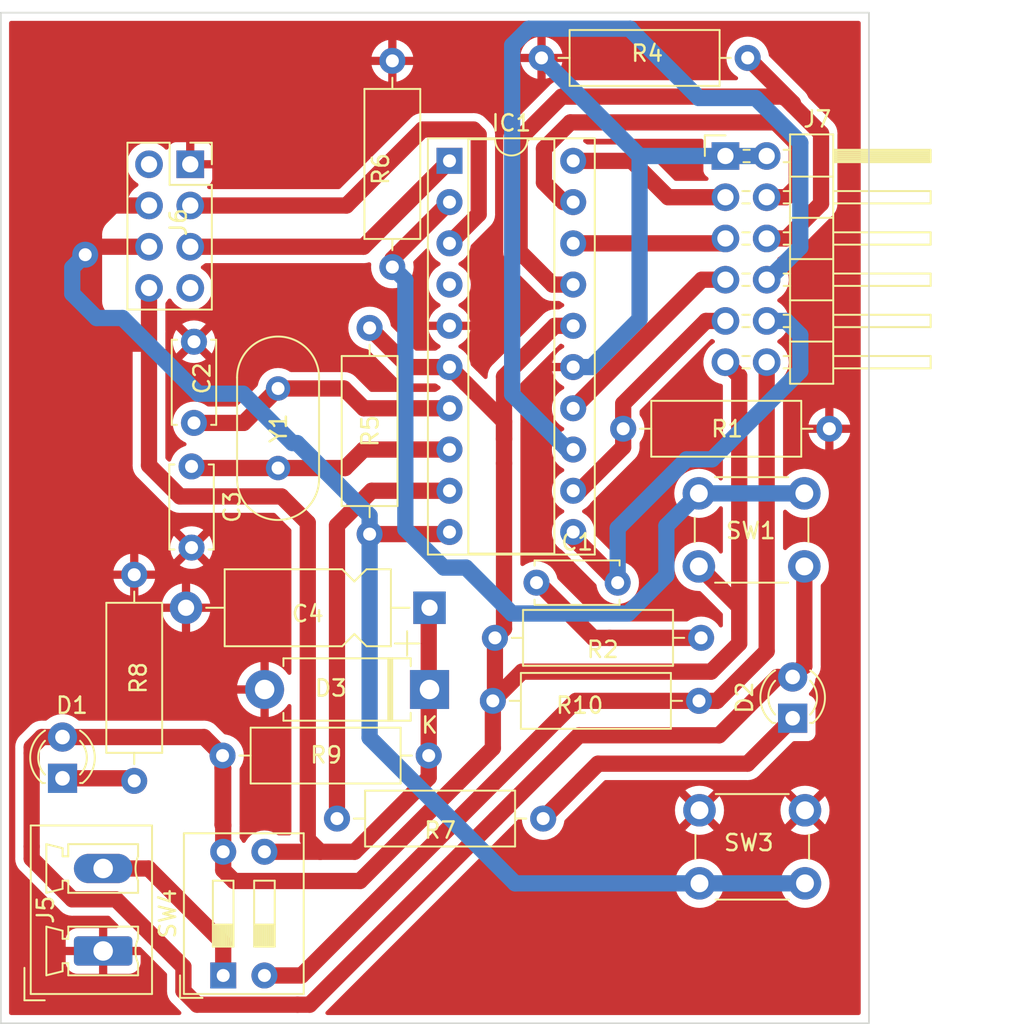
<source format=kicad_pcb>
(kicad_pcb (version 20211014) (generator pcbnew)
  (layers (0 "F.Cu" signal) (31 "B.Cu" signal) (34 "B.Paste" user) (35 "F.Paste" user) (36 "B.SilkS" user "B.Silkscreen") (37 "F.SilkS" user "F.Silkscreen") (38 "B.Mask" user) (39 "F.Mask" user) (44 "Edge.Cuts" user))
  (net 0 "")
  (net 1 "MIC")
  (net 2 "UP7")
  (net 3 "XTAL1")
  (net 4 "GND")
  (net 5 "XTAL2")
  (net 6 "+3V3")
  (net 7 "Net-(D1-Pad1)")
  (net 8 "+5V")
  (net 9 "Net-(D2-Pad1)")
  (net 10 "SDA")
  (net 11 "Button01")
  (net 12 "SCL")
  (net 14 "LED_G")
  (net 15 "Reset")
  (net 16 "PHOTRAN")
  (net 17 "UP5")
  (net 18 "UP4")
  (net 19 "OPTISK")
  (net 20 "UP2")
  (net 21 "UP1")
  (net 22 "DHT11")
  (net 23 "Net-(J5-Pad2)")
  (net 26 "UPWR")
  (footprint "Connector_Phoenix_MC_HighVoltage:PhoenixContact_MCV_1,5_2-G-5.08_1x02_P5.08mm_Vertical" (layer "F.Cu") (at 38.805 84.785 90)
    (fp_text reference "J5" (at 2.54 -3.55 90) (layer "F.SilkS"))
    (fp_text value "VCC")
    (pad "1" thru_hole roundrect (at 0 0 90) (size 1.8 3.6) (drill 1.2) (layers *.Cu *.Mask) (roundrect_rratio 0.138889) (net 4 "GND"))
    (pad "2" thru_hole oval (at 5.08 0 90) (size 1.8 3.6) (drill 1.2) (layers *.Cu *.Mask) (net 23 "Net-(J5-Pad2)"))
  )
  (footprint "Capacitor_THT:C_Disc_D5.0mm_W2.5mm_P5.00mm" (layer "F.Cu") (at 65.5 62.1)
    (fp_text reference "C1" (at 2.5 -2.5) (layer "F.SilkS"))
    (fp_text value "1uF")
    (pad "1" thru_hole circle (at 0 0) (size 1.6 1.6) (drill 0.8) (layers *.Cu *.Mask) (net 1 "MIC"))
    (pad "2" thru_hole circle (at 5 0) (size 1.6 1.6) (drill 0.8) (layers *.Cu *.Mask) (net 2 "UP7"))
  )
  (footprint "Resistor_THT:R_Axial_DIN0309_L9.0mm_D3.2mm_P12.70mm_Horizontal" (layer "F.Cu") (at 75.64 65.5 180)
    (fp_text reference "R2" (at 6.06 -0.72) (layer "F.SilkS"))
    (fp_text value "2.2k")
    (pad "1" thru_hole circle (at 0 0 180) (size 1.6 1.6) (drill 0.8) (layers *.Cu *.Mask) (net 1 "MIC"))
    (pad "2" thru_hole oval (at 12.7 0 180) (size 1.6 1.6) (drill 0.8) (layers *.Cu *.Mask) (net 8 "+5V"))
  )
  (footprint "Resistor_THT:R_Axial_DIN0309_L9.0mm_D3.2mm_P12.70mm_Horizontal" (layer "F.Cu") (at 40.72 74.31 90)
    (fp_text reference "R8" (at 6.34 0.25 90) (layer "F.SilkS"))
    (fp_text value "200")
    (pad "1" thru_hole circle (at 0 0 90) (size 1.6 1.6) (drill 0.8) (layers *.Cu *.Mask) (net 7 "Net-(D1-Pad1)"))
    (pad "2" thru_hole oval (at 12.7 0 90) (size 1.6 1.6) (drill 0.8) (layers *.Cu *.Mask) (net 4 "GND"))
  )
  (footprint "Resistor_THT:R_Axial_DIN0309_L9.0mm_D3.2mm_P12.70mm_Horizontal" (layer "F.Cu") (at 55.22 59.11 90)
    (fp_text reference "R5" (at 6.35 0.03 90) (layer "F.SilkS"))
    (fp_text value "1k")
    (pad "1" thru_hole circle (at 0 0 90) (size 1.6 1.6) (drill 0.8) (layers *.Cu *.Mask) (net 15 "Reset"))
    (pad "2" thru_hole oval (at 12.7 0 90) (size 1.6 1.6) (drill 0.8) (layers *.Cu *.Mask) (net 8 "+5V"))
  )
  (footprint "Resistor_THT:R_Axial_DIN0309_L9.0mm_D3.2mm_P12.70mm_Horizontal" (layer "F.Cu") (at 56.62 42.66 90)
    (fp_text reference "R6" (at 6.04 -0.72 90) (layer "F.SilkS"))
    (fp_text value "1k")
    (pad "1" thru_hole circle (at 0 0 90) (size 1.6 1.6) (drill 0.8) (layers *.Cu *.Mask) (net 11 "Button01"))
    (pad "2" thru_hole oval (at 12.7 0 90) (size 1.6 1.6) (drill 0.8) (layers *.Cu *.Mask) (net 4 "GND"))
  )
  (footprint "Resistor_THT:R_Axial_DIN0309_L9.0mm_D3.2mm_P12.70mm_Horizontal" (layer "F.Cu") (at 70.84 52.62)
    (fp_text reference "R1" (at 6.4 0.01) (layer "F.SilkS"))
    (fp_text value "10k")
    (pad "1" thru_hole circle (at 0 0) (size 1.6 1.6) (drill 0.8) (layers *.Cu *.Mask) (net 16 "PHOTRAN"))
    (pad "2" thru_hole oval (at 12.7 0) (size 1.6 1.6) (drill 0.8) (layers *.Cu *.Mask) (net 4 "GND"))
  )
  (footprint "Button_Switch_THT:SW_DIP_SPSTx02_Slide_9.78x7.26mm_W7.62mm_P2.54mm" (layer "F.Cu") (at 46.2 86.295 90)
    (fp_text reference "SW4" (at 3.81 -3.42 90) (layer "F.SilkS"))
    (fp_text value "SW_DIP_x02")
    (pad "1" thru_hole rect (at 0 0 90) (size 1.6 1.6) (drill 0.8) (layers *.Cu *.Mask) (net 23 "Net-(J5-Pad2)"))
    (pad "2" thru_hole oval (at 0 2.54 90) (size 1.6 1.6) (drill 0.8) (layers *.Cu *.Mask) (net 26 "UPWR"))
    (pad "3" thru_hole oval (at 7.62 2.54 90) (size 1.6 1.6) (drill 0.8) (layers *.Cu *.Mask) (net 6 "+3V3"))
    (pad "4" thru_hole oval (at 7.62 0 90) (size 1.6 1.6) (drill 0.8) (layers *.Cu *.Mask) (net 8 "+5V"))
  )
  (footprint "Button_Switch_THT:SW_PUSH_6mm_H4.3mm" (layer "F.Cu") (at 75.54 76.12)
    (fp_text reference "SW3" (at 3.04 2) (layer "F.SilkS"))
    (fp_text value "SW_MEC_5E")
    (pad "1" thru_hole circle (at 6.5 0 90) (size 2 2) (drill 1.1) (layers *.Cu *.Mask) (net 4 "GND"))
    (pad "1" thru_hole circle (at 0 0 90) (size 2 2) (drill 1.1) (layers *.Cu *.Mask) (net 4 "GND"))
    (pad "2" thru_hole circle (at 6.5 4.5 90) (size 2 2) (drill 1.1) (layers *.Cu *.Mask) (net 15 "Reset"))
    (pad "2" thru_hole circle (at 0 4.5 90) (size 2 2) (drill 1.1) (layers *.Cu *.Mask) (net 15 "Reset"))
  )
  (footprint "Resistor_THT:R_Axial_DIN0309_L9.0mm_D3.2mm_P12.70mm_Horizontal" (layer "F.Cu") (at 58.86 72.75 180)
    (fp_text reference "R9" (at 6.32 0.03) (layer "F.SilkS"))
    (fp_text value "15")
    (pad "1" thru_hole circle (at 0 0 180) (size 1.6 1.6) (drill 0.8) (layers *.Cu *.Mask) (net 6 "+3V3"))
    (pad "2" thru_hole oval (at 12.7 0 180) (size 1.6 1.6) (drill 0.8) (layers *.Cu *.Mask) (net 8 "+5V"))
  )
  (footprint "Capacitor_THT:C_Disc_D5.0mm_W2.5mm_P5.00mm" (layer "F.Cu") (at 44.4 52.26 90)
    (fp_text reference "C2" (at 2.74 0.5 90) (layer "F.SilkS"))
    (fp_text value "20pF")
    (pad "1" thru_hole circle (at 0 0 90) (size 1.6 1.6) (drill 0.8) (layers *.Cu *.Mask) (net 3 "XTAL1"))
    (pad "2" thru_hole circle (at 5 0 90) (size 1.6 1.6) (drill 0.8) (layers *.Cu *.Mask) (net 4 "GND"))
  )
  (footprint "Button_Switch_THT:SW_PUSH_6mm_H4.3mm" (layer "F.Cu") (at 82 61.1 180)
    (fp_text reference "SW1" (at 3.3 2.2) (layer "F.SilkS"))
    (fp_text value "SW_MEC_5E")
    (pad "1" thru_hole circle (at 0 0 270) (size 2 2) (drill 1.1) (layers *.Cu *.Mask) (net 8 "+5V"))
    (pad "1" thru_hole circle (at 6.5 0 270) (size 2 2) (drill 1.1) (layers *.Cu *.Mask) (net 8 "+5V"))
    (pad "2" thru_hole circle (at 0 4.5 270) (size 2 2) (drill 1.1) (layers *.Cu *.Mask) (net 11 "Button01"))
    (pad "2" thru_hole circle (at 6.5 4.5 270) (size 2 2) (drill 1.1) (layers *.Cu *.Mask) (net 11 "Button01"))
  )
  (footprint "Resistor_THT:R_Axial_DIN0309_L9.0mm_D3.2mm_P12.70mm_Horizontal" (layer "F.Cu") (at 62.81 69.38)
    (fp_text reference "R10" (at 5.35 0.28) (layer "F.SilkS"))
    (fp_text value "15")
    (pad "1" thru_hole circle (at 0 0) (size 1.6 1.6) (drill 0.8) (layers *.Cu *.Mask) (net 8 "+5V"))
    (pad "2" thru_hole oval (at 12.7 0) (size 1.6 1.6) (drill 0.8) (layers *.Cu *.Mask) (net 26 "UPWR"))
  )
  (footprint "Resistor_THT:R_Axial_DIN0309_L9.0mm_D3.2mm_P12.70mm_Horizontal" (layer "F.Cu") (at 78.51 29.78 180)
    (fp_text reference "R4" (at 6.19 0.28) (layer "F.SilkS"))
    (fp_text value "100k")
    (pad "1" thru_hole circle (at 0 0 180) (size 1.6 1.6) (drill 0.8) (layers *.Cu *.Mask) (net 19 "OPTISK"))
    (pad "2" thru_hole oval (at 12.7 0 180) (size 1.6 1.6) (drill 0.8) (layers *.Cu *.Mask) (net 4 "GND"))
  )
  (footprint "LED_THT:LED_D3.0mm_FlatTop" (layer "F.Cu") (at 36.3 74.15 90)
    (fp_text reference "D1" (at 4.49 0.58 180) (layer "F.SilkS"))
    (fp_text value "RødLED")
    (pad "1" thru_hole rect (at 0 0 90) (size 1.8 1.8) (drill 0.9) (layers *.Cu *.Mask) (net 7 "Net-(D1-Pad1)"))
    (pad "2" thru_hole circle (at 2.54 0 90) (size 1.8 1.8) (drill 0.9) (layers *.Cu *.Mask) (net 8 "+5V"))
  )
  (footprint "LED_THT:LED_D3.0mm_FlatTop" (layer "F.Cu") (at 81.28 70.45 90)
    (fp_text reference "D2" (at 1.27 -2.96 90) (layer "F.SilkS"))
    (fp_text value "GrønLED")
    (pad "1" thru_hole rect (at 0 0 90) (size 1.8 1.8) (drill 0.9) (layers *.Cu *.Mask) (net 9 "Net-(D2-Pad1)"))
    (pad "2" thru_hole circle (at 2.54 0 90) (size 1.8 1.8) (drill 0.9) (layers *.Cu *.Mask) (net 8 "+5V"))
  )
  (footprint "Resistor_THT:R_Axial_DIN0309_L9.0mm_D3.2mm_P12.70mm_Horizontal" (layer "F.Cu") (at 65.91 76.63 180)
    (fp_text reference "R7" (at 6.35 -0.72) (layer "F.SilkS"))
    (fp_text value "200")
    (pad "1" thru_hole circle (at 0 0 180) (size 1.6 1.6) (drill 0.8) (layers *.Cu *.Mask) (net 9 "Net-(D2-Pad1)"))
    (pad "2" thru_hole oval (at 12.7 0 180) (size 1.6 1.6) (drill 0.8) (layers *.Cu *.Mask) (net 14 "LED_G"))
  )
  (footprint "Capacitor_THT:CP_Axial_L10.0mm_D4.5mm_P15.00mm_Horizontal" (layer "F.Cu") (at 58.91 63.645 180)
    (fp_text reference "C4" (at 7.5 -0.37) (layer "F.SilkS"))
    (fp_text value "200n")
    (pad "1" thru_hole rect (at 0 0 180) (size 2 2) (drill 1) (layers *.Cu *.Mask) (net 6 "+3V3"))
    (pad "2" thru_hole oval (at 15 0 180) (size 2 2) (drill 1) (layers *.Cu *.Mask) (net 4 "GND"))
  )
  (footprint "Diode_THT:D_DO-15_P10.16mm_Horizontal" (layer "F.Cu") (at 58.91 68.68 180)
    (fp_text reference "D3" (at 6.08 0.08) (layer "F.SilkS"))
    (fp_text value "BZX79C3V3")
    (fp_text user "K" (at 0 -2.2) (layer "F.SilkS"))
    (pad "1" thru_hole rect (at 0 0 180) (size 2.4 2.4) (drill 1.2) (layers *.Cu *.Mask) (net 6 "+3V3"))
    (pad "2" thru_hole oval (at 10.16 0 180) (size 2.4 2.4) (drill 1.2) (layers *.Cu *.Mask) (net 4 "GND"))
  )
  (footprint "Connector_PinSocket_2.54mm:PinSocket_2x04_P2.54mm_Vertical" (layer "F.Cu") (at 44.17 36.33)
    (fp_text reference "J6" (at -0.73 3.57 270) (layer "F.SilkS"))
    (fp_text value "ESP8266(wifi)")
    (pad "1" thru_hole rect (at 0 0) (size 1.7 1.7) (drill 1) (layers *.Cu *.Mask) (net 4 "GND"))
    (pad "2" thru_hole oval (at -2.54 0) (size 1.7 1.7) (drill 1) (layers *.Cu *.Mask))
    (pad "3" thru_hole oval (at 0 2.54) (size 1.7 1.7) (drill 1) (layers *.Cu *.Mask) (net 12 "SCL"))
    (pad "4" thru_hole oval (at -2.54 2.54) (size 1.7 1.7) (drill 1) (layers *.Cu *.Mask) (net 6 "+3V3"))
    (pad "5" thru_hole oval (at 0 5.08) (size 1.7 1.7) (drill 1) (layers *.Cu *.Mask) (net 10 "SDA"))
    (pad "6" thru_hole oval (at -2.54 5.08) (size 1.7 1.7) (drill 1) (layers *.Cu *.Mask) (net 15 "Reset"))
    (pad "7" thru_hole oval (at 0 7.62) (size 1.7 1.7) (drill 1) (layers *.Cu *.Mask))
    (pad "8" thru_hole oval (at -2.54 7.62) (size 1.7 1.7) (drill 1) (layers *.Cu *.Mask) (net 6 "+3V3"))
  )
  (footprint "Crystal:Crystal_HC18-U_Vertical" (layer "F.Cu") (at 49.58 50.14 -90)
    (fp_text reference "Y1" (at 2.45 -0.025 90) (layer "F.SilkS"))
    (fp_text value "Crystal")
    (pad "1" thru_hole circle (at 0 0 270) (size 1.5 1.5) (drill 0.8) (layers *.Cu *.Mask) (net 3 "XTAL1"))
    (pad "2" thru_hole circle (at 4.9 0 270) (size 1.5 1.5) (drill 0.8) (layers *.Cu *.Mask) (net 5 "XTAL2"))
  )
  (footprint "Connector_PinHeader_2.54mm:PinHeader_2x06_P2.54mm_Horizontal" (layer "F.Cu") (at 77.14 35.82)
    (fp_text reference "J7" (at 5.655 -2.27) (layer "F.SilkS"))
    (fp_text value "Conn_02x06_Counter_Clockwise")
    (pad "1" thru_hole rect (at 0 0) (size 1.7 1.7) (drill 1) (layers *.Cu *.Mask) (net 4 "GND"))
    (pad "2" thru_hole oval (at 2.54 0) (size 1.7 1.7) (drill 1) (layers *.Cu *.Mask) (net 4 "GND"))
    (pad "3" thru_hole oval (at 0 2.54) (size 1.7 1.7) (drill 1) (layers *.Cu *.Mask) (net 22 "DHT11"))
    (pad "4" thru_hole oval (at 2.54 2.54) (size 1.7 1.7) (drill 1) (layers *.Cu *.Mask) (net 21 "UP1"))
    (pad "5" thru_hole oval (at 0 5.08) (size 1.7 1.7) (drill 1) (layers *.Cu *.Mask) (net 20 "UP2"))
    (pad "6" thru_hole oval (at 2.54 5.08) (size 1.7 1.7) (drill 1) (layers *.Cu *.Mask) (net 19 "OPTISK"))
    (pad "7" thru_hole oval (at 0 7.62) (size 1.7 1.7) (drill 1) (layers *.Cu *.Mask) (net 18 "UP4"))
    (pad "8" thru_hole oval (at 2.54 7.62) (size 1.7 1.7) (drill 1) (layers *.Cu *.Mask) (net 17 "UP5"))
    (pad "9" thru_hole oval (at 0 10.16) (size 1.7 1.7) (drill 1) (layers *.Cu *.Mask) (net 16 "PHOTRAN"))
    (pad "10" thru_hole oval (at 2.54 10.16) (size 1.7 1.7) (drill 1) (layers *.Cu *.Mask) (net 2 "UP7"))
    (pad "11" thru_hole oval (at 0 12.7) (size 1.7 1.7) (drill 1) (layers *.Cu *.Mask) (net 8 "+5V"))
    (pad "12" thru_hole oval (at 2.54 12.7) (size 1.7 1.7) (drill 1) (layers *.Cu *.Mask) (net 26 "UPWR"))
  )
  (footprint "Package_DIP:DIP-20_W7.62mm_Socket" (layer "F.Cu") (at 60.14 36.12)
    (fp_text reference "IC1" (at 3.81 -2.33) (layer "F.SilkS"))
    (fp_text value "ATTINY167-XUR")
    (pad "1" thru_hole rect (at 0 0) (size 1.6 1.6) (drill 0.8) (layers *.Cu *.Mask) (net 10 "SDA"))
    (pad "2" thru_hole oval (at 0 2.54) (size 1.6 1.6) (drill 0.8) (layers *.Cu *.Mask) (net 11 "Button01"))
    (pad "3" thru_hole oval (at 0 5.08) (size 1.6 1.6) (drill 0.8) (layers *.Cu *.Mask) (net 12 "SCL"))
    (pad "4" thru_hole oval (at 0 7.62) (size 1.6 1.6) (drill 0.8) (layers *.Cu *.Mask))
    (pad "5" thru_hole oval (at 0 10.16) (size 1.6 1.6) (drill 0.8) (layers *.Cu *.Mask) (net 4 "GND"))
    (pad "6" thru_hole oval (at 0 12.7) (size 1.6 1.6) (drill 0.8) (layers *.Cu *.Mask) (net 8 "+5V"))
    (pad "7" thru_hole oval (at 0 15.24) (size 1.6 1.6) (drill 0.8) (layers *.Cu *.Mask) (net 3 "XTAL1"))
    (pad "8" thru_hole oval (at 0 17.78) (size 1.6 1.6) (drill 0.8) (layers *.Cu *.Mask) (net 5 "XTAL2"))
    (pad "9" thru_hole oval (at 0 20.32) (size 1.6 1.6) (drill 0.8) (layers *.Cu *.Mask) (net 14 "LED_G"))
    (pad "10" thru_hole oval (at 0 22.86) (size 1.6 1.6) (drill 0.8) (layers *.Cu *.Mask) (net 15 "Reset"))
    (pad "11" thru_hole oval (at 7.62 22.86) (size 1.6 1.6) (drill 0.8) (layers *.Cu *.Mask) (net 2 "UP7"))
    (pad "12" thru_hole oval (at 7.62 20.32) (size 1.6 1.6) (drill 0.8) (layers *.Cu *.Mask) (net 16 "PHOTRAN"))
    (pad "13" thru_hole oval (at 7.62 17.78) (size 1.6 1.6) (drill 0.8) (layers *.Cu *.Mask) (net 17 "UP5"))
    (pad "14" thru_hole oval (at 7.62 15.24) (size 1.6 1.6) (drill 0.8) (layers *.Cu *.Mask) (net 18 "UP4"))
    (pad "15" thru_hole oval (at 7.62 12.7) (size 1.6 1.6) (drill 0.8) (layers *.Cu *.Mask) (net 4 "GND"))
    (pad "16" thru_hole oval (at 7.62 10.16) (size 1.6 1.6) (drill 0.8) (layers *.Cu *.Mask) (net 8 "+5V"))
    (pad "17" thru_hole oval (at 7.62 7.62) (size 1.6 1.6) (drill 0.8) (layers *.Cu *.Mask) (net 19 "OPTISK"))
    (pad "18" thru_hole oval (at 7.62 5.08) (size 1.6 1.6) (drill 0.8) (layers *.Cu *.Mask) (net 20 "UP2"))
    (pad "19" thru_hole oval (at 7.62 2.54) (size 1.6 1.6) (drill 0.8) (layers *.Cu *.Mask) (net 21 "UP1"))
    (pad "20" thru_hole oval (at 7.62 0) (size 1.6 1.6) (drill 0.8) (layers *.Cu *.Mask) (net 22 "DHT11"))
  )
  (footprint "Capacitor_THT:C_Disc_D5.0mm_W2.5mm_P5.00mm" (layer "F.Cu") (at 44.25 54.94 -90)
    (fp_text reference "C3" (at 2.5 -2.5 90) (layer "F.SilkS"))
    (fp_text value "20pF")
    (pad "1" thru_hole circle (at 0 0 270) (size 1.6 1.6) (drill 0.8) (layers *.Cu *.Mask) (net 5 "XTAL2"))
    (pad "2" thru_hole circle (at 5 0 270) (size 1.6 1.6) (drill 0.8) (layers *.Cu *.Mask) (net 4 "GND"))
  )
  (gr_rect (start 32.5 26.99) (end 85.98 89.239244) (layer "Edge.Cuts") (width 0.1) (fill none))
  (segment (start 70 65.5) (end 75.64 65.5) (width 1) (layer "F.Cu") (net 1))
  (segment (start 69 65.5) (end 70 65.5) (width 1) (layer "F.Cu") (net 1))
  (segment (start 65.5 62) (end 69 65.5) (width 1) (layer "F.Cu") (net 1))
  (segment (start 67.76 58.98) (end 67.76 59.26) (width 1) (layer "F.Cu") (net 2))
  (segment (start 67.76 58.98) (end 67.76 59.36) (width 1) (layer "F.Cu") (net 2))
  (segment (start 67.76 59.36) (end 70.5 62.1) (width 1) (layer "F.Cu") (net 2))
  (segment (start 67.76 59.26) (end 70.5 62) (width 1) (layer "F.Cu") (net 2))
  (segment (start 81.75 49.065605) (end 76.315605 54.5) (width 1) (layer "B.Cu") (net 2))
  (segment (start 80.882081 45.98) (end 81.75 46.847919) (width 1) (layer "B.Cu") (net 2))
  (segment (start 81.75 46.847919) (end 81.75 49.065605) (width 1) (layer "B.Cu") (net 2))
  (segment (start 74.75 54.5) (end 70.5 58.75) (width 1) (layer "B.Cu") (net 2))
  (segment (start 70.5 58.75) (end 70.5 62) (width 1) (layer "B.Cu") (net 2))
  (segment (start 76.315605 54.5) (end 74.75 54.5) (width 1) (layer "B.Cu") (net 2))
  (segment (start 79.68 45.98) (end 80.882081 45.98) (width 1) (layer "B.Cu") (net 2))
  (segment (start 53.64 50.14) (end 54.86 51.36) (width 1) (layer "F.Cu") (net 3))
  (segment (start 60.14 51.36) (end 54.86 51.36) (width 1) (layer "F.Cu") (net 3))
  (segment (start 47.46 52.26) (end 49.58 50.14) (width 1) (layer "F.Cu") (net 3))
  (segment (start 49.58 50.14) (end 53.64 50.14) (width 1) (layer "F.Cu") (net 3))
  (segment (start 44.4 52.26) (end 47.46 52.26) (width 1) (layer "F.Cu") (net 3))
  (segment (start 67.76 48.82) (end 68.89137 48.82) (width 1) (layer "B.Cu") (net 4))
  (segment (start 77.14 35.82) (end 71.85 35.82) (width 1) (layer "B.Cu") (net 4))
  (segment (start 71.85 35.82) (end 65.81 29.78) (width 1) (layer "B.Cu") (net 4))
  (segment (start 71.85 45.86137) (end 71.85 35.82) (width 1) (layer "B.Cu") (net 4))
  (segment (start 79.68 35.82) (end 77.14 35.82) (width 1) (layer "B.Cu") (net 4))
  (segment (start 68.89137 48.82) (end 71.85 45.86137) (width 1) (layer "B.Cu") (net 4))
  (segment (start 49.58 55.04) (end 53.71 55.04) (width 1) (layer "F.Cu") (net 5))
  (segment (start 44.35 55.04) (end 44.25 54.94) (width 1) (layer "F.Cu") (net 5))
  (segment (start 49.58 55.04) (end 44.35 55.04) (width 1) (layer "F.Cu") (net 5))
  (segment (start 53.71 55.04) (end 54.85 53.9) (width 1) (layer "F.Cu") (net 5))
  (segment (start 54.85 53.9) (end 60.14 53.9) (width 1) (layer "F.Cu") (net 5))
  (segment (start 41.63 54.88) (end 43.539511 56.789511) (width 1) (layer "F.Cu") (net 6))
  (segment (start 49.789511 56.789511) (end 51.410489 58.410489) (width 1) (layer "F.Cu") (net 6))
  (segment (start 35.4 45.2) (end 35.4 41.4) (width 1) (layer "F.Cu") (net 6))
  (segment (start 58.86 69.48) (end 58.91 69.43) (width 1) (layer "F.Cu") (net 6))
  (segment (start 51.410489 77.910489) (end 52.175 78.675) (width 1) (layer "F.Cu") (net 6))
  (segment (start 41.63 47.38) (end 37.58 47.38) (width 1) (layer "F.Cu") (net 6))
  (segment (start 41.63 43.95) (end 41.63 47.38) (width 1) (layer "F.Cu") (net 6))
  (segment (start 54.295 78.675) (end 58.86 74.11) (width 1) (layer "F.Cu") (net 6))
  (segment (start 52.175 78.675) (end 54.295 78.675) (width 1) (layer "F.Cu") (net 6))
  (segment (start 37.58 47.38) (end 35.4 45.2) (width 1) (layer "F.Cu") (net 6))
  (segment (start 48.74 78.675) (end 52.175 78.675) (width 1) (layer "F.Cu") (net 6))
  (segment (start 35.4 41.4) (end 37.93 38.87) (width 1) (layer "F.Cu") (net 6))
  (segment (start 58.86 64.445) (end 58.91 64.395) (width 1) (layer "F.Cu") (net 6))
  (segment (start 41.63 47.38) (end 41.63 54.88) (width 1) (layer "F.Cu") (net 6))
  (segment (start 51.410489 58.410489) (end 51.410489 77.910489) (width 1) (layer "F.Cu") (net 6))
  (segment (start 43.539511 56.789511) (end 49.789511 56.789511) (width 1) (layer "F.Cu") (net 6))
  (segment (start 37.93 38.87) (end 41.63 38.87) (width 1) (layer "F.Cu") (net 6))
  (segment (start 58.86 73.5) (end 58.86 64.445) (width 1) (layer "F.Cu") (net 6))
  (segment (start 58.86 74.11) (end 58.86 72.75) (width 1) (layer "F.Cu") (net 6))
  (segment (start 40.56 74.15) (end 40.72 74.31) (width 1) (layer "F.Cu") (net 7))
  (segment (start 36.3 74.15) (end 40.56 74.15) (width 1) (layer "F.Cu") (net 7))
  (segment (start 81.28 67.91) (end 81.94 67.25) (width 1) (layer "F.Cu") (net 8))
  (segment (start 77.99 62.26) (end 77.99 65.01) (width 1) (layer "F.Cu") (net 8))
  (segment (start 46.2 78.675) (end 46.2 79.80637) (width 1) (layer "F.Cu") (net 8))
  (segment (start 46.2 77.05) (end 46.16 77.01) (width 1) (layer "F.Cu") (net 8))
  (segment (start 63.5 64.94) (end 62.94 65.5) (width 1) (layer "F.Cu") (net 8))
  (segment (start 63.5 53.25) (end 63.5 54.75) (width 1) (layer "F.Cu") (net 8))
  (segment (start 81.94 67.25) (end 82 67.25) (width 1) (layer "F.Cu") (net 8))
  (segment (start 44.594511 88.094511) (end 43.75 87.25) (width 1) (layer "F.Cu") (net 8))
  (segment (start 36.905498 81.60452) (end 34.400489 79.099511) (width 1) (layer "F.Cu") (net 8))
  (segment (start 76.75 71.5) (end 68.12 71.5) (width 1) (layer "F.Cu") (net 8))
  (segment (start 51.525489 88.094511) (end 62.99 76.63) (width 1) (layer "F.Cu") (net 8))
  (segment (start 61.157553 49.837553) (end 61.162447 49.837553) (width 1) (layer "F.Cu") (net 8))
  (segment (start 46.2 79.80637) (end 46.868141 80.474511) (width 1) (layer "F.Cu") (net 8))
  (segment (start 62.99 76.63) (end 67.26 72.36) (width 1) (layer "F.Cu") (net 8))
  (segment (start 76.255383 67.580489) (end 64.609511 67.580489) (width 1) (layer "F.Cu") (net 8))
  (segment (start 77.99 49.37) (end 77.99 62.26) (width 1) (layer "F.Cu") (net 8))
  (segment (start 50.776131 88.094511) (end 51.525489 88.094511) (width 1) (layer "F.Cu") (net 8))
  (segment (start 75.5 61.1) (end 77.99 63.59) (width 1) (layer "F.Cu") (net 8))
  (segment (start 68.12 71.5) (end 67.26 72.36) (width 1) (layer "F.Cu") (net 8))
  (segment (start 64.609511 67.580489) (end 62.81 69.38) (width 1) (layer "F.Cu") (net 8))
  (segment (start 46.2 77.05) (end 46.2 73.54) (width 1) (layer "F.Cu") (net 8))
  (segment (start 46.868141 80.474511) (end 54.625489 80.474511) (width 1) (layer "F.Cu") (net 8))
  (segment (start 60.14 48.82) (end 61.157553 49.837553) (width 1) (layer "F.Cu") (net 8))
  (segment (start 39.591608 81.60452) (end 36.905498 81.60452) (width 1) (layer "F.Cu") (net 8))
  (segment (start 46.16 72.75) (end 45.02 71.61) (width 1) (layer "F.Cu") (net 8))
  (segment (start 55.22 46.41) (end 57.63 48.82) (width 1) (layer "F.Cu") (net 8))
  (segment (start 77.99 63.59) (end 77.99 65.01) (width 1) (layer "F.Cu") (net 8))
  (segment (start 43.75 87.25) (end 43.75 85.762912) (width 1) (layer "F.Cu") (net 8))
  (segment (start 46.2 73.54) (end 46.16 73.5) (width 1) (layer "F.Cu") (net 8))
  (segment (start 62.94 65.5) (end 62.94 69.25) (width 1) (layer "F.Cu") (net 8))
  (segment (start 57.63 48.82) (end 60.14 48.82) (width 1) (layer "F.Cu") (net 8))
  (segment (start 77.99 65.01) (end 77.99 65.845872) (width 1) (layer "F.Cu") (net 8))
  (segment (start 50.776131 88.094511) (end 44.594511 88.094511) (width 1) (layer "F.Cu") (net 8))
  (segment (start 63.5 49.40863) (end 63.5 53.25) (width 1) (layer "F.Cu") (net 8))
  (segment (start 77.14 48.52) (end 77.99 49.37) (width 1) (layer "F.Cu") (net 8))
  (segment (start 80.34 67.91) (end 76.75 71.5) (width 1) (layer "F.Cu") (net 8))
  (segment (start 61.162447 49.837553) (end 63.5 52.175106) (width 1) (layer "F.Cu") (net 8))
  (segment (start 43.75 85.762912) (end 39.591608 81.60452) (width 1) (layer "F.Cu") (net 8))
  (segment (start 62.94 69.25) (end 62.81 69.38) (width 1) (layer "F.Cu") (net 8))
  (segment (start 81.28 67.91) (end 80.34 67.91) (width 1) (layer "F.Cu") (net 8))
  (segment (start 34.400489 72.236719) (end 34.400489 72.599511) (width 1) (layer "F.Cu") (net 8))
  (segment (start 34.400489 79.099511) (end 34.400489 78.349511) (width 1) (layer "F.Cu") (net 8))
  (segment (start 35.027208 71.61) (end 34.400489 72.236719) (width 1) (layer "F.Cu") (net 8))
  (segment (start 57.67 48.82) (end 60.14 48.82) (width 1) (layer "F.Cu") (net 8))
  (segment (start 66.62863 46.28) (end 63.5 49.40863) (width 1) (layer "F.Cu") (net 8))
  (segment (start 54.625489 80.474511) (end 62.81 72.29) (width 1) (layer "F.Cu") (net 8))
  (segment (start 82 67.25) (end 82 61.1) (width 1) (layer "F.Cu") (net 8))
  (segment (start 63.5 52.175106) (end 63.5 53.25) (width 1) (layer "F.Cu") (net 8))
  (segment (start 46.16 77.01) (end 46.16 72.75) (width 1) (layer "F.Cu") (net 8))
  (segment (start 67.76 46.28) (end 66.62863 46.28) (width 1) (layer "F.Cu") (net 8))
  (segment (start 77.99 65.845872) (end 76.255383 67.580489) (width 1) (layer "F.Cu") (net 8))
  (segment (start 45.02 71.61) (end 36.3 71.61) (width 1) (layer "F.Cu") (net 8))
  (segment (start 34.400489 72.599511) (end 34.400489 78.349511) (width 1) (layer "F.Cu") (net 8))
  (segment (start 67.26 72.36) (end 67.96 71.66) (width 1) (layer "F.Cu") (net 8))
  (segment (start 63.5 54.75) (end 63.5 64.94) (width 1) (layer "F.Cu") (net 8))
  (segment (start 46.2 78.675) (end 46.2 77.05) (width 1) (layer "F.Cu") (net 8))
  (segment (start 62.81 72.29) (end 62.81 69.38) (width 1) (layer "F.Cu") (net 8))
  (segment (start 36.3 71.61) (end 35.027208 71.61) (width 1) (layer "F.Cu") (net 8))
  (segment (start 78.5 73.25) (end 69.29 73.25) (width 1) (layer "F.Cu") (net 9))
  (segment (start 65.91 76.63) (end 68.27 74.27) (width 1) (layer "F.Cu") (net 9))
  (segment (start 81.28 70.47) (end 81.28 70.45) (width 1) (layer "F.Cu") (net 9))
  (segment (start 69.29 73.25) (end 68.27 74.27) (width 1) (layer "F.Cu") (net 9))
  (segment (start 68.27 74.27) (end 69.25 73.29) (width 1) (layer "F.Cu") (net 9))
  (segment (start 78.5 73.25) (end 81.28 70.47) (width 1) (layer "F.Cu") (net 9))
  (segment (start 60.135106 36.12) (end 60.14 36.12) (width 1) (layer "F.Cu") (net 10))
  (segment (start 54.845106 41.41) (end 60.135106 36.12) (width 1) (layer "F.Cu") (net 10))
  (segment (start 44.17 41.41) (end 54.845106 41.41) (width 1) (layer "F.Cu") (net 10))
  (segment (start 60.14 38.66) (end 60.135106 38.66) (width 1) (layer "F.Cu") (net 11))
  (segment (start 56.62 42.175106) (end 56.62 42.66) (width 1) (layer "F.Cu") (net 11))
  (segment (start 60.135106 38.66) (end 56.62 42.175106) (width 1) (layer "F.Cu") (net 11))
  (segment (start 73.500489 58.599511) (end 73.500489 61.644405) (width 1) (layer "B.Cu") (net 11))
  (segment (start 82 56.6) (end 75.5 56.6) (width 1) (layer "B.Cu") (net 11))
  (segment (start 57.419999 43.459999) (end 56.62 42.66) (width 1) (layer "B.Cu") (net 11))
  (segment (start 57.419999 58.804893) (end 57.419999 43.459999) (width 1) (layer "B.Cu") (net 11))
  (segment (start 71.144894 64) (end 63.984894 64) (width 1) (layer "B.Cu") (net 11))
  (segment (start 63.984894 64) (end 61.154894 61.17) (width 1) (layer "B.Cu") (net 11))
  (segment (start 59.785106 61.17) (end 57.419999 58.804893) (width 1) (layer "B.Cu") (net 11))
  (segment (start 73.500489 61.644405) (end 71.144894 64) (width 1) (layer "B.Cu") (net 11))
  (segment (start 61.154894 61.17) (end 59.785106 61.17) (width 1) (layer "B.Cu") (net 11))
  (segment (start 75.5 56.6) (end 73.500489 58.599511) (width 1) (layer "B.Cu") (net 11))
  (segment (start 58.471299 34.189679) (end 61.61919 34.189679) (width 1) (layer "F.Cu") (net 12))
  (segment (start 53.790978 38.87) (end 58.471299 34.189679) (width 1) (layer "F.Cu") (net 12))
  (segment (start 44.17 38.87) (end 53.790978 38.87) (width 1) (layer "F.Cu") (net 12))
  (segment (start 61.939511 39.405383) (end 60.144894 41.2) (width 1) (layer "F.Cu") (net 12))
  (segment (start 61.939511 34.51) (end 61.939511 39.405383) (width 1) (layer "F.Cu") (net 12))
  (segment (start 61.61919 34.189679) (end 61.939511 34.51) (width 1) (layer "F.Cu") (net 12))
  (segment (start 60.144894 41.2) (end 60.14 41.2) (width 1) (layer "F.Cu") (net 12))
  (segment (start 53.21 58.575106) (end 55.345106 56.44) (width 1) (layer "F.Cu") (net 14))
  (segment (start 53.21 76.63) (end 53.21 58.575106) (width 1) (layer "F.Cu") (net 14))
  (segment (start 55.345106 56.44) (end 60.14 56.44) (width 1) (layer "F.Cu") (net 14))
  (segment (start 38.19 41.41) (end 41.63 41.41) (width 1) (layer "F.Cu") (net 15))
  (segment (start 55.22 59.11) (end 60.01 59.11) (width 1) (layer "F.Cu") (net 15))
  (segment (start 60.01 59.11) (end 60.14 58.98) (width 1) (layer "F.Cu") (net 15))
  (segment (start 37.7 41.9) (end 38.19 41.41) (width 1) (layer "F.Cu") (net 15))
  (via (at 37.7 41.9) (size 1.6) (drill 0.8) (layers "F.Cu" "B.Cu") (net 15))
  (segment (start 50.75 53.5) (end 55.22 57.97) (width 1) (layer "B.Cu") (net 15))
  (segment (start 75.54 80.62) (end 82.04 80.62) (width 1) (layer "B.Cu") (net 15))
  (segment (start 55.22 71.654894) (end 64.185106 80.62) (width 1) (layer "B.Cu") (net 15))
  (segment (start 50.465817 53.5) (end 50.75 53.5) (width 1) (layer "B.Cu") (net 15))
  (segment (start 55.22 57.97) (end 55.22 59.11) (width 1) (layer "B.Cu") (net 15))
  (segment (start 64.185106 80.62) (end 75.54 80.62) (width 1) (layer "B.Cu") (net 15))
  (segment (start 47.426306 50.460489) (end 50.465817 53.5) (width 1) (layer "B.Cu") (net 15))
  (segment (start 38.4 45.8) (end 36.9 44.3) (width 1) (layer "B.Cu") (net 15))
  (segment (start 44.660489 50.460489) (end 47.426306 50.460489) (width 1) (layer "B.Cu") (net 15))
  (segment (start 36.9 44.3) (end 36.9 42.7) (width 1) (layer "B.Cu") (net 15))
  (segment (start 40 45.8) (end 38.4 45.8) (width 1) (layer "B.Cu") (net 15))
  (segment (start 44.660489 50.460489) (end 40 45.8) (width 1) (layer "B.Cu") (net 15))
  (segment (start 37.7 41.9) (end 36.9 42.7) (width 1) (layer "B.Cu") (net 15))
  (segment (start 55.22 59.11) (end 55.22 71.654894) (width 1) (layer "B.Cu") (net 15))
  (segment (start 75.937919 45.98) (end 74.34 47.577919) (width 1) (layer "F.Cu") (net 16))
  (segment (start 68.15137 56.44) (end 67.76 56.44) (width 1) (layer "F.Cu") (net 16))
  (segment (start 70.84 53.75137) (end 68.15137 56.44) (width 1) (layer "F.Cu") (net 16))
  (segment (start 70.84 51.077919) (end 70.84 52.62) (width 1) (layer "F.Cu") (net 16))
  (segment (start 70.84 52.62) (end 70.84 53.75137) (width 1) (layer "F.Cu") (net 16))
  (segment (start 74.34 47.577919) (end 70.84 51.077919) (width 1) (layer "F.Cu") (net 16))
  (segment (start 77.14 45.98) (end 75.937919 45.98) (width 1) (layer "F.Cu") (net 16))
  (segment (start 81.75 35) (end 79 32.25) (width 1) (layer "B.Cu") (net 17))
  (segment (start 64 50.5) (end 67.4 53.9) (width 1) (layer "B.Cu") (net 17))
  (segment (start 71.269511 28.019511) (end 71.269511 27.980489) (width 1) (layer "B.Cu") (net 17))
  (segment (start 65.019511 27.980489) (end 64 29) (width 1) (layer "B.Cu") (net 17))
  (segment (start 79 32.25) (end 75.5 32.25) (width 1) (layer "B.Cu") (net 17))
  (segment (start 79.755605 43.44) (end 81.75 41.445605) (width 1) (layer "B.Cu") (net 17))
  (segment (start 81.75 41.445605) (end 81.75 35) (width 1) (layer "B.Cu") (net 17))
  (segment (start 71.269511 27.980489) (end 65.019511 27.980489) (width 1) (layer "B.Cu") (net 17))
  (segment (start 64 29) (end 64 50.5) (width 1) (layer "B.Cu") (net 17))
  (segment (start 67.4 53.9) (end 67.76 53.9) (width 1) (layer "B.Cu") (net 17))
  (segment (start 75.5 32.25) (end 71.269511 28.019511) (width 1) (layer "B.Cu") (net 17))
  (segment (start 79.68 43.44) (end 79.755605 43.44) (width 1) (layer "B.Cu") (net 17))
  (segment (start 75.684894 43.44) (end 67.764894 51.36) (width 1) (layer "F.Cu") (net 18))
  (segment (start 77.14 43.44) (end 75.684894 43.44) (width 1) (layer "F.Cu") (net 18))
  (segment (start 67.764894 51.36) (end 67.76 51.36) (width 1) (layer "F.Cu") (net 18))
  (segment (start 81.298123 32.568123) (end 81.298123 32.701877) (width 1) (layer "F.Cu") (net 19))
  (segment (start 66.49 43.74) (end 67.76 43.74) (width 1) (layer "F.Cu") (net 19))
  (segment (start 80.882081 40.9) (end 83.029031 38.75305) (width 1) (layer "F.Cu") (net 19))
  (segment (start 83.029031 34.432784) (end 81.298123 32.701877) (width 1) (layer "F.Cu") (net 19))
  (segment (start 80.846727 32.25048) (end 80.79048 32.25048) (width 1) (layer "F.Cu") (net 19))
  (segment (start 80.76 32.163754) (end 67.05071 32.163754) (width 1) (layer "F.Cu") (net 19))
  (segment (start 64.460969 34.753495) (end 64.460969 41.710969) (width 1) (layer "F.Cu") (net 19))
  (segment (start 67.05071 32.163754) (end 64.460969 34.753495) (width 1) (layer "F.Cu") (net 19))
  (segment (start 78.51 29.78) (end 81.298123 32.568123) (width 1) (layer "F.Cu") (net 19))
  (segment (start 80.76 32.163754) (end 81.298123 32.701877) (width 1) (layer "F.Cu") (net 19))
  (segment (start 81.298123 32.701877) (end 80.846727 32.25048) (width 1) (layer "F.Cu") (net 19))
  (segment (start 83.029031 38.75305) (end 83.029031 34.432784) (width 1) (layer "F.Cu") (net 19))
  (segment (start 64.460969 41.710969) (end 66.49 43.74) (width 1) (layer "F.Cu") (net 19))
  (segment (start 79.68 40.9) (end 80.882081 40.9) (width 1) (layer "F.Cu") (net 19))
  (segment (start 67.76 41.2) (end 76.84 41.2) (width 1) (layer "F.Cu") (net 20))
  (segment (start 76.84 41.2) (end 77.14 40.9) (width 1) (layer "F.Cu") (net 20))
  (segment (start 80.225605 33.75) (end 81.529511 35.053906) (width 1) (layer "F.Cu") (net 21))
  (segment (start 65.960489 37.460489) (end 65.960489 35.374617) (width 1) (layer "F.Cu") (net 21))
  (segment (start 67.76 38.66) (end 67.16 38.66) (width 1) (layer "F.Cu") (net 21))
  (segment (start 80.882081 38.36) (end 79.68 38.36) (width 1) (layer "F.Cu") (net 21))
  (segment (start 81.529511 37.71257) (end 80.882081 38.36) (width 1) (layer "F.Cu") (net 21))
  (segment (start 81.529511 35.053906) (end 81.529511 37.71257) (width 1) (layer "F.Cu") (net 21))
  (segment (start 67.585106 33.75) (end 80.225605 33.75) (width 1) (layer "F.Cu") (net 21))
  (segment (start 65.960489 35.374617) (end 67.585106 33.75) (width 1) (layer "F.Cu") (net 21))
  (segment (start 67.16 38.66) (end 65.960489 37.460489) (width 1) (layer "F.Cu") (net 21))
  (segment (start 77.14 38.36) (end 73.61 38.36) (width 1) (layer "F.Cu") (net 22))
  (segment (start 73.61 38.36) (end 71.37 36.12) (width 1) (layer "F.Cu") (net 22))
  (segment (start 71.37 36.12) (end 67.76 36.12) (width 1) (layer "F.Cu") (net 22))
  (segment (start 41.605 79.705) (end 46.2 84.3) (width 1) (layer "F.Cu") (net 23))
  (segment (start 38.805 79.705) (end 41.605 79.705) (width 1) (layer "F.Cu") (net 23))
  (segment (start 46.2 84.3) (end 46.2 86.295) (width 1) (layer "F.Cu") (net 23))
  (segment (start 79.68 66.32) (end 76.62 69.38) (width 1) (layer "F.Cu") (net 26))
  (segment (start 48.74 86.295) (end 51.025 86.295) (width 1) (layer "F.Cu") (net 26))
  (segment (start 76.62 69.38) (end 75.51 69.38) (width 1) (layer "F.Cu") (net 26))
  (segment (start 51.025 86.295) (end 67.94 69.38) (width 1) (layer "F.Cu") (net 26))
  (segment (start 79.68 48.52) (end 79.68 66.32) (width 1) (layer "F.Cu") (net 26))
  (segment (start 67.94 69.38) (end 75.51 69.38) (width 1) (layer "F.Cu") (net 26))
  (zone (net 4) (net_name "GND") (layer "F.Cu") (connect_pads (clearance 0.508)) (min_thickness 0.254) (fill yes (thermal_gap 0.508) (thermal_bridge_width 0.508))
    (polygon (pts (xy 86.109996 26.97209) (xy 85.979996 89.20209) (xy 32.540002 89.201449) (xy 32.450002 27.101449)))
  )
)
</source>
